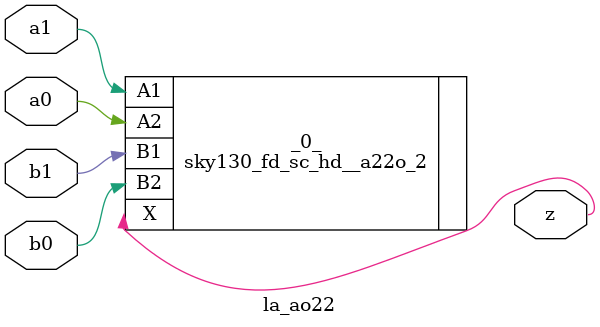
<source format=v>

module la_ao22(a0, a1, b0, b1, z);
  input a0;
  input a1;
  input b0;
  input b1;
  output z;
  sky130_fd_sc_hd__a22o_2 _0_ (
    .A1(a1),
    .A2(a0),
    .B1(b1),
    .B2(b0),
    .X(z)
  );
endmodule

</source>
